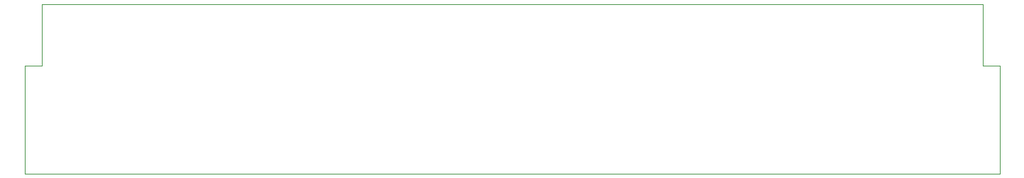
<source format=gbr>
%TF.GenerationSoftware,KiCad,Pcbnew,(5.1.6)-1*%
%TF.CreationDate,2022-03-07T17:14:04-05:00*%
%TF.ProjectId,A500-Side-90,41353030-2d53-4696-9465-2d39302e6b69,rev?*%
%TF.SameCoordinates,Original*%
%TF.FileFunction,Profile,NP*%
%FSLAX46Y46*%
G04 Gerber Fmt 4.6, Leading zero omitted, Abs format (unit mm)*
G04 Created by KiCad (PCBNEW (5.1.6)-1) date 2022-03-07 17:14:04*
%MOMM*%
%LPD*%
G01*
G04 APERTURE LIST*
%TA.AperFunction,Profile*%
%ADD10C,0.050000*%
%TD*%
G04 APERTURE END LIST*
D10*
X95504000Y-71120000D02*
X207772000Y-71120000D01*
X95504000Y-71374000D02*
X95504000Y-71120000D01*
X95504000Y-78486000D02*
X95504000Y-71374000D01*
X93472000Y-78486000D02*
X95504000Y-78486000D01*
X93472000Y-91440000D02*
X93472000Y-78486000D01*
X209804000Y-91440000D02*
X93472000Y-91440000D01*
X209804000Y-78486000D02*
X209804000Y-91440000D01*
X207772000Y-78486000D02*
X209804000Y-78486000D01*
X207772000Y-71120000D02*
X207772000Y-78486000D01*
M02*

</source>
